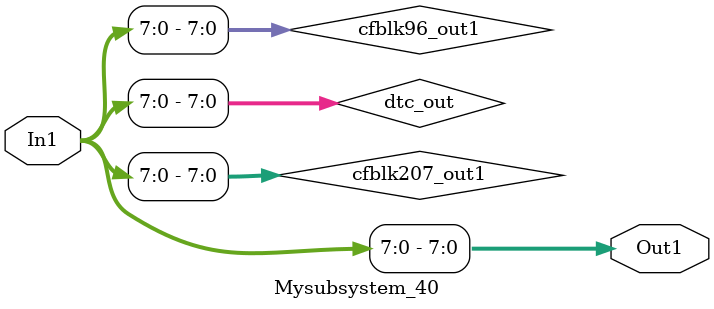
<source format=v>



`timescale 1 ns / 1 ns

module Mysubsystem_40
          (In1,
           Out1);


  input   [15:0] In1;  // uint16
  output  [7:0] Out1;  // uint8


  wire [7:0] cfblk207_out1;  // uint8
  wire [7:0] dtc_out;  // ufix8
  wire [7:0] cfblk96_out1;  // uint8


  assign cfblk207_out1 = In1[7:0];



  assign dtc_out = cfblk207_out1;



  assign cfblk96_out1 = dtc_out;



  assign Out1 = cfblk96_out1;

endmodule  // Mysubsystem_40


</source>
